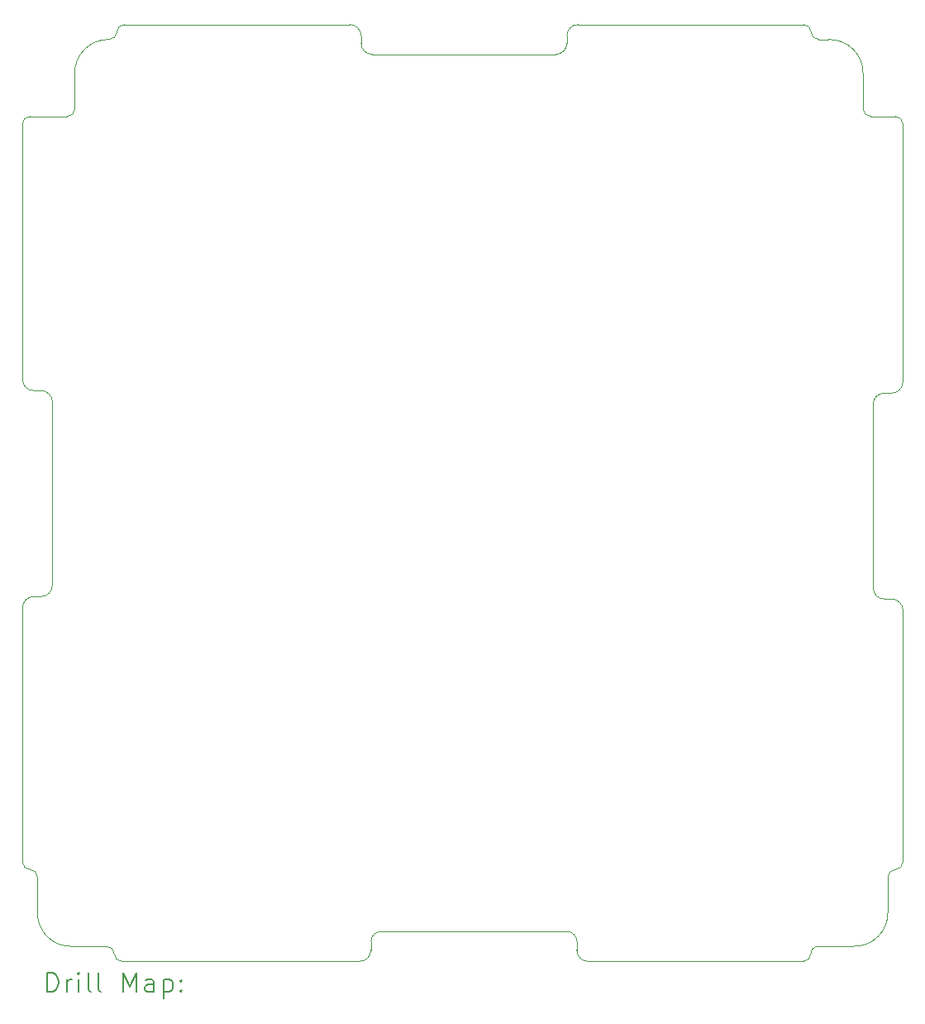
<source format=gbr>
%TF.GenerationSoftware,KiCad,Pcbnew,(6.0.7-1)-1*%
%TF.CreationDate,2023-04-16T23:24:30-04:00*%
%TF.ProjectId,camm-brd,63616d6d-2d62-4726-942e-6b696361645f,rev?*%
%TF.SameCoordinates,Original*%
%TF.FileFunction,Drillmap*%
%TF.FilePolarity,Positive*%
%FSLAX45Y45*%
G04 Gerber Fmt 4.5, Leading zero omitted, Abs format (unit mm)*
G04 Created by KiCad (PCBNEW (6.0.7-1)-1) date 2023-04-16 23:24:30*
%MOMM*%
%LPD*%
G01*
G04 APERTURE LIST*
%ADD10C,0.100000*%
%ADD11C,0.200000*%
G04 APERTURE END LIST*
D10*
X14274800Y-4699000D02*
X11964316Y-4699000D01*
X16611600Y-4699000D02*
X16687800Y-4699000D01*
X14389100Y-4889500D02*
X14389100Y-4813300D01*
X16611600Y-4699000D02*
G75*
G03*
X16497300Y-4813300I0J-114300D01*
G01*
X16497300Y-4889500D02*
X16497300Y-4813300D01*
X16383000Y-5003800D02*
X14503400Y-5003800D01*
X16383000Y-5003800D02*
G75*
G03*
X16497300Y-4889500I0J114300D01*
G01*
X14389100Y-4889500D02*
G75*
G03*
X14503400Y-5003800I114300J0D01*
G01*
X14389100Y-4813300D02*
G75*
G03*
X14274800Y-4699000I-114300J0D01*
G01*
X16598900Y-14084300D02*
X16598900Y-14173200D01*
X19862800Y-13347700D02*
G75*
G03*
X19786600Y-13423900I0J-76200D01*
G01*
X11595100Y-14135100D02*
X11480800Y-14135100D01*
X11036300Y-10553700D02*
G75*
G03*
X10922000Y-10668000I0J-114300D01*
G01*
X11785600Y-14135100D02*
X11595100Y-14135100D01*
X11861800Y-14211300D02*
G75*
G03*
X11938000Y-14287500I76200J0D01*
G01*
X19939000Y-8356600D02*
X19939000Y-5715000D01*
X11861800Y-14211300D02*
G75*
G03*
X11785600Y-14135100I-76200J0D01*
G01*
X10922000Y-13271500D02*
G75*
G03*
X10998200Y-13347700I76200J0D01*
G01*
X11456316Y-5207916D02*
X11457232Y-5562600D01*
X19075400Y-4851400D02*
X19176084Y-4851400D01*
X11074400Y-13423900D02*
G75*
G03*
X10998200Y-13347700I-76200J0D01*
G01*
X11226800Y-8559800D02*
G75*
G03*
X11112500Y-8445500I-114300J0D01*
G01*
X14490700Y-14084300D02*
X14490700Y-14173200D01*
X11074400Y-13423900D02*
X11074400Y-13779500D01*
X18999200Y-4775200D02*
G75*
G03*
X18923000Y-4699000I-76200J0D01*
G01*
X19075400Y-14135098D02*
G75*
G03*
X18996119Y-14211300I-3020J-76202D01*
G01*
X18999200Y-4775200D02*
G75*
G03*
X19075400Y-4851400I76200J0D01*
G01*
X19824700Y-8470900D02*
G75*
G03*
X19939000Y-8356600I0J114300D01*
G01*
X19939000Y-5715000D02*
G75*
G03*
X19862800Y-5638800I-76200J0D01*
G01*
X11811916Y-4851398D02*
G75*
G03*
X11456316Y-5207916I-10526J-345102D01*
G01*
X19532600Y-5562600D02*
G75*
G03*
X19608800Y-5638800I76200J0D01*
G01*
X19608800Y-5638800D02*
X19862800Y-5638800D01*
X10998200Y-5638800D02*
X11381032Y-5638800D01*
X10922000Y-10668000D02*
X10922000Y-13271500D01*
X19075400Y-14135100D02*
X19430084Y-14134184D01*
X19430084Y-14134184D02*
G75*
G03*
X19785684Y-13778584I11386J344214D01*
G01*
X19748500Y-8470900D02*
G75*
G03*
X19634200Y-8585200I0J-114300D01*
G01*
X11964316Y-4698996D02*
G75*
G03*
X11888116Y-4775200I4J-76204D01*
G01*
X16687800Y-4699000D02*
X18923000Y-4699000D01*
X11074400Y-13779500D02*
G75*
G03*
X11430000Y-14135100I344210J-11390D01*
G01*
X16598900Y-14173200D02*
G75*
G03*
X16713200Y-14287500I114300J0D01*
G01*
X19634200Y-10464800D02*
G75*
G03*
X19748500Y-10579100I114300J0D01*
G01*
X16713200Y-14287500D02*
X18919919Y-14287500D01*
X19634200Y-10464800D02*
X19634200Y-8585200D01*
X19939000Y-13271500D02*
X19939000Y-10693400D01*
X11938000Y-14287500D02*
X14376400Y-14287500D01*
X11036300Y-8445500D02*
X11112500Y-8445500D01*
X10998200Y-5638800D02*
G75*
G03*
X10922000Y-5715000I0J-76200D01*
G01*
X19748500Y-10579100D02*
X19824700Y-10579100D01*
X19862800Y-13347700D02*
G75*
G03*
X19939000Y-13271500I0J76200D01*
G01*
X14592300Y-13982700D02*
X16497300Y-13982700D01*
X14592300Y-13982700D02*
G75*
G03*
X14490700Y-14084300I0J-101600D01*
G01*
X16598900Y-14084300D02*
G75*
G03*
X16497300Y-13982700I-101600J0D01*
G01*
X14376400Y-14287500D02*
G75*
G03*
X14490700Y-14173200I0J114300D01*
G01*
X19939000Y-10693400D02*
G75*
G03*
X19824700Y-10579100I-114300J0D01*
G01*
X11811916Y-4851396D02*
G75*
G03*
X11888116Y-4775200I4J76196D01*
G01*
X19748500Y-8470900D02*
X19824700Y-8470900D01*
X11226800Y-8559800D02*
X11226800Y-10439400D01*
X11112500Y-10553700D02*
G75*
G03*
X11226800Y-10439400I0J114300D01*
G01*
X11381032Y-5638802D02*
G75*
G03*
X11457232Y-5562600I-2J76202D01*
G01*
X10922000Y-5715000D02*
X10922000Y-8331200D01*
X19785684Y-13778584D02*
X19786600Y-13423900D01*
X11480800Y-14135100D02*
X11430000Y-14135100D01*
X11036300Y-10553700D02*
X11112500Y-10553700D01*
X19531682Y-5207916D02*
G75*
G03*
X19176084Y-4851400I-345072J11416D01*
G01*
X10922000Y-8331200D02*
G75*
G03*
X11036300Y-8445500I114300J0D01*
G01*
X18919919Y-14287498D02*
G75*
G03*
X18996119Y-14211300I2J76199D01*
G01*
X19531684Y-5207916D02*
X19532600Y-5562600D01*
D11*
X11174619Y-14602976D02*
X11174619Y-14402976D01*
X11222238Y-14402976D01*
X11250809Y-14412500D01*
X11269857Y-14431548D01*
X11279381Y-14450595D01*
X11288905Y-14488690D01*
X11288905Y-14517262D01*
X11279381Y-14555357D01*
X11269857Y-14574405D01*
X11250809Y-14593452D01*
X11222238Y-14602976D01*
X11174619Y-14602976D01*
X11374619Y-14602976D02*
X11374619Y-14469643D01*
X11374619Y-14507738D02*
X11384143Y-14488690D01*
X11393667Y-14479167D01*
X11412714Y-14469643D01*
X11431762Y-14469643D01*
X11498428Y-14602976D02*
X11498428Y-14469643D01*
X11498428Y-14402976D02*
X11488905Y-14412500D01*
X11498428Y-14422024D01*
X11507952Y-14412500D01*
X11498428Y-14402976D01*
X11498428Y-14422024D01*
X11622238Y-14602976D02*
X11603190Y-14593452D01*
X11593667Y-14574405D01*
X11593667Y-14402976D01*
X11727000Y-14602976D02*
X11707952Y-14593452D01*
X11698428Y-14574405D01*
X11698428Y-14402976D01*
X11955571Y-14602976D02*
X11955571Y-14402976D01*
X12022238Y-14545833D01*
X12088905Y-14402976D01*
X12088905Y-14602976D01*
X12269857Y-14602976D02*
X12269857Y-14498214D01*
X12260333Y-14479167D01*
X12241286Y-14469643D01*
X12203190Y-14469643D01*
X12184143Y-14479167D01*
X12269857Y-14593452D02*
X12250809Y-14602976D01*
X12203190Y-14602976D01*
X12184143Y-14593452D01*
X12174619Y-14574405D01*
X12174619Y-14555357D01*
X12184143Y-14536309D01*
X12203190Y-14526786D01*
X12250809Y-14526786D01*
X12269857Y-14517262D01*
X12365095Y-14469643D02*
X12365095Y-14669643D01*
X12365095Y-14479167D02*
X12384143Y-14469643D01*
X12422238Y-14469643D01*
X12441286Y-14479167D01*
X12450809Y-14488690D01*
X12460333Y-14507738D01*
X12460333Y-14564881D01*
X12450809Y-14583928D01*
X12441286Y-14593452D01*
X12422238Y-14602976D01*
X12384143Y-14602976D01*
X12365095Y-14593452D01*
X12546048Y-14583928D02*
X12555571Y-14593452D01*
X12546048Y-14602976D01*
X12536524Y-14593452D01*
X12546048Y-14583928D01*
X12546048Y-14602976D01*
X12546048Y-14479167D02*
X12555571Y-14488690D01*
X12546048Y-14498214D01*
X12536524Y-14488690D01*
X12546048Y-14479167D01*
X12546048Y-14498214D01*
M02*

</source>
